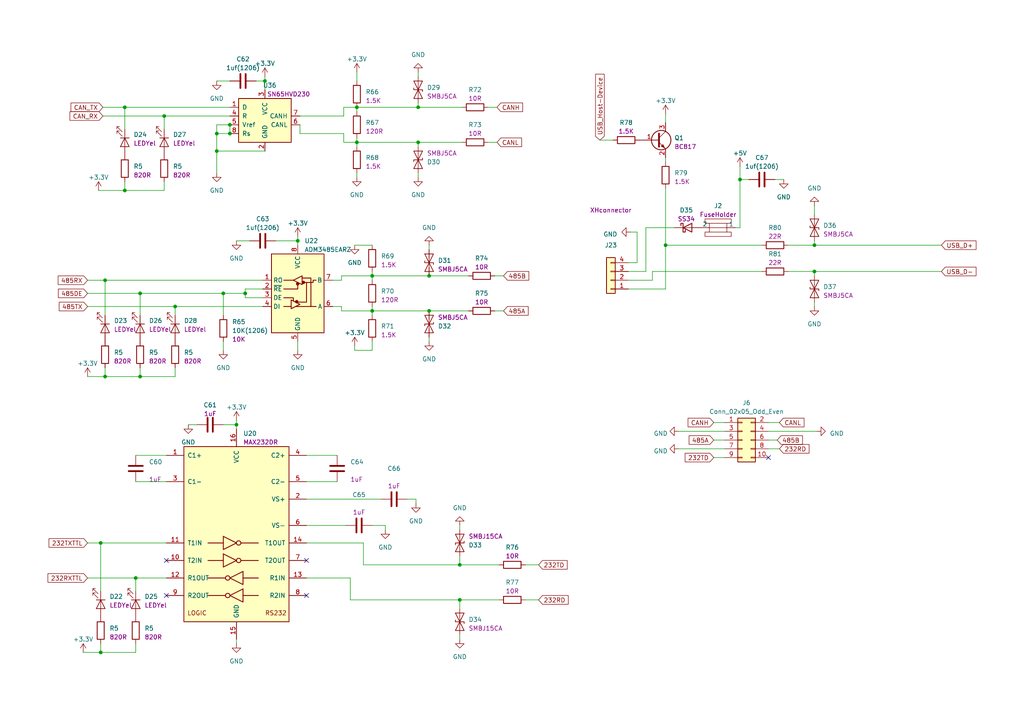
<source format=kicad_sch>
(kicad_sch (version 20230121) (generator eeschema)
  (paper "A4")
  (junction (at 66.675 38.735))
  (junction (at 103.505 31.115))
  (junction (at 103.505 41.275))
  (junction (at 133.35 163.83))
  (junction (at 133.35 173.99))
  (junction (at 29.21 157.48))
  (junction (at 50.8 88.9))
  (junction (at 66.675 36.195))
  (junction (at 121.285 31.115))
  (junction (at 107.95 90.17))
  (junction (at 29.21 189.23))
  (junction (at 107.95 80.01))
  (junction (at 40.64 85.09))
  (junction (at 121.285 41.275))
  (junction (at 62.865 38.735))
  (junction (at 62.865 43.815))
  (junction (at 40.64 109.22))
  (junction (at 36.195 55.245))
  (junction (at 86.36 69.85))
  (junction (at 30.48 109.22))
  (junction (at 68.58 123.19))
  (junction (at 39.37 167.64))
  (junction (at 124.46 90.17))
  (junction (at 236.22 71.12))
  (junction (at 36.195 31.115))
  (junction (at 193.04 71.12))
  (junction (at 124.46 80.01))
  (junction (at 64.77 85.09))
  (junction (at 30.48 81.28))
  (junction (at 236.22 78.74))
  (junction (at 76.835 23.495))
  (junction (at 214.63 52.07))
  (junction (at 71.12 85.09))
  (junction (at 47.625 33.655))
  (no_connect (at 88.9 172.72))
  (no_connect (at 48.26 162.56))
  (no_connect (at 88.9 162.56))
  (no_connect (at 48.26 172.72))
  (no_connect (at 222.885 132.715))
  (wire (pts (xy 86.36 71.12) (xy 86.36 69.85)))
  (wire (pts (xy 105.41 157.48) (xy 88.9 157.48)))
  (wire (pts (xy 105.41 163.83) (xy 105.41 157.48)))
  (wire (pts (xy 25.4 88.9) (xy 50.8 88.9)))
  (wire (pts (xy 107.95 90.17) (xy 107.95 91.44)))
  (wire (pts (xy 133.35 173.99) (xy 133.35 176.53)))
  (wire (pts (xy 143.51 80.01) (xy 146.05 80.01)))
  (wire (pts (xy 99.695 41.275) (xy 103.505 41.275)))
  (wire (pts (xy 30.48 81.28) (xy 76.2 81.28)))
  (wire (pts (xy 62.865 43.815) (xy 62.865 50.165)))
  (wire (pts (xy 29.845 33.655) (xy 47.625 33.655)))
  (wire (pts (xy 124.46 71.12) (xy 124.46 72.39)))
  (wire (pts (xy 121.285 41.275) (xy 121.285 42.545)))
  (wire (pts (xy 39.37 167.64) (xy 39.37 171.45)))
  (wire (pts (xy 141.605 41.275) (xy 144.145 41.275)))
  (wire (pts (xy 121.285 41.275) (xy 133.985 41.275)))
  (wire (pts (xy 88.9 139.7) (xy 97.79 139.7)))
  (wire (pts (xy 86.36 99.06) (xy 86.36 101.6)))
  (wire (pts (xy 62.865 36.195) (xy 62.865 38.735)))
  (wire (pts (xy 133.35 184.15) (xy 133.35 185.42)))
  (wire (pts (xy 74.295 23.495) (xy 76.835 23.495)))
  (wire (pts (xy 189.23 78.74) (xy 189.23 81.28)))
  (wire (pts (xy 66.675 36.195) (xy 62.865 36.195)))
  (wire (pts (xy 40.64 85.09) (xy 40.64 91.44)))
  (wire (pts (xy 29.21 189.23) (xy 29.21 186.69)))
  (wire (pts (xy 133.35 161.29) (xy 133.35 163.83)))
  (wire (pts (xy 62.865 43.815) (xy 76.835 43.815)))
  (wire (pts (xy 25.4 167.64) (xy 39.37 167.64)))
  (wire (pts (xy 36.195 31.115) (xy 36.195 37.465)))
  (wire (pts (xy 64.77 85.09) (xy 64.77 91.44)))
  (wire (pts (xy 50.8 88.9) (xy 50.8 91.44)))
  (wire (pts (xy 39.37 139.7) (xy 48.26 139.7)))
  (wire (pts (xy 64.77 123.19) (xy 68.58 123.19)))
  (wire (pts (xy 214.63 52.07) (xy 214.63 66.04)))
  (wire (pts (xy 124.46 80.01) (xy 135.89 80.01)))
  (wire (pts (xy 120.65 144.78) (xy 118.11 144.78)))
  (wire (pts (xy 39.37 132.08) (xy 48.26 132.08)))
  (wire (pts (xy 40.64 109.22) (xy 30.48 109.22)))
  (wire (pts (xy 133.35 152.4) (xy 133.35 153.67)))
  (wire (pts (xy 187.325 78.74) (xy 187.325 66.04)))
  (wire (pts (xy 62.865 38.735) (xy 66.675 38.735)))
  (wire (pts (xy 96.52 88.9) (xy 99.06 88.9)))
  (wire (pts (xy 193.04 46.99) (xy 193.04 45.72)))
  (wire (pts (xy 88.9 132.08) (xy 97.79 132.08)))
  (wire (pts (xy 121.285 31.115) (xy 133.985 31.115)))
  (wire (pts (xy 184.785 76.2) (xy 184.785 67.31)))
  (wire (pts (xy 193.04 33.02) (xy 193.04 35.56)))
  (wire (pts (xy 47.625 33.655) (xy 66.675 33.655)))
  (wire (pts (xy 107.95 80.01) (xy 124.46 80.01)))
  (wire (pts (xy 30.48 81.28) (xy 30.48 91.44)))
  (wire (pts (xy 236.22 88.9) (xy 236.22 87.63)))
  (wire (pts (xy 120.65 146.05) (xy 120.65 144.78)))
  (wire (pts (xy 68.58 185.42) (xy 68.58 186.69)))
  (wire (pts (xy 103.505 31.115) (xy 103.505 32.385)))
  (wire (pts (xy 36.195 31.115) (xy 66.675 31.115)))
  (wire (pts (xy 210.185 122.555) (xy 207.01 122.555)))
  (wire (pts (xy 228.6 78.74) (xy 236.22 78.74)))
  (wire (pts (xy 86.995 33.655) (xy 99.695 33.655)))
  (wire (pts (xy 76.2 86.36) (xy 71.12 86.36)))
  (wire (pts (xy 121.285 51.435) (xy 121.285 50.165)))
  (wire (pts (xy 99.06 88.9) (xy 99.06 90.17)))
  (wire (pts (xy 193.04 54.61) (xy 193.04 71.12)))
  (wire (pts (xy 99.06 80.01) (xy 99.06 81.28)))
  (wire (pts (xy 47.625 33.655) (xy 47.625 37.465)))
  (wire (pts (xy 107.95 78.74) (xy 107.95 80.01)))
  (wire (pts (xy 86.36 69.85) (xy 86.36 68.58)))
  (wire (pts (xy 236.22 71.12) (xy 273.05 71.12)))
  (wire (pts (xy 193.04 71.12) (xy 220.98 71.12)))
  (wire (pts (xy 189.23 81.28) (xy 182.245 81.28)))
  (wire (pts (xy 124.46 90.17) (xy 135.89 90.17)))
  (wire (pts (xy 107.95 90.17) (xy 124.46 90.17)))
  (wire (pts (xy 68.58 123.19) (xy 68.58 124.46)))
  (wire (pts (xy 99.695 31.115) (xy 103.505 31.115)))
  (wire (pts (xy 50.8 106.68) (xy 50.8 109.22)))
  (wire (pts (xy 88.9 144.78) (xy 110.49 144.78)))
  (wire (pts (xy 40.64 106.68) (xy 40.64 109.22)))
  (wire (pts (xy 64.77 99.06) (xy 64.77 101.6)))
  (wire (pts (xy 76.835 23.495) (xy 76.835 26.035)))
  (wire (pts (xy 71.12 83.82) (xy 76.2 83.82)))
  (wire (pts (xy 39.37 186.69) (xy 39.37 189.23)))
  (wire (pts (xy 107.95 80.01) (xy 107.95 81.28)))
  (wire (pts (xy 47.625 52.705) (xy 47.625 55.245)))
  (wire (pts (xy 99.06 81.28) (xy 96.52 81.28)))
  (wire (pts (xy 222.885 125.095) (xy 236.855 125.095)))
  (wire (pts (xy 196.85 130.175) (xy 210.185 130.175)))
  (wire (pts (xy 121.285 29.845) (xy 121.285 31.115)))
  (wire (pts (xy 193.04 71.12) (xy 193.04 83.82)))
  (wire (pts (xy 24.13 189.23) (xy 29.21 189.23)))
  (wire (pts (xy 182.245 78.74) (xy 187.325 78.74)))
  (wire (pts (xy 101.6 173.99) (xy 101.6 167.64)))
  (wire (pts (xy 152.4 173.99) (xy 156.21 173.99)))
  (wire (pts (xy 39.37 189.23) (xy 29.21 189.23)))
  (wire (pts (xy 236.22 78.74) (xy 236.22 80.01)))
  (wire (pts (xy 222.885 127.635) (xy 225.425 127.635)))
  (wire (pts (xy 101.6 167.64) (xy 88.9 167.64)))
  (wire (pts (xy 173.99 40.64) (xy 177.8 40.64)))
  (wire (pts (xy 36.195 55.245) (xy 36.195 52.705)))
  (wire (pts (xy 222.885 122.555) (xy 226.06 122.555)))
  (wire (pts (xy 236.22 69.85) (xy 236.22 71.12)))
  (wire (pts (xy 101.6 173.99) (xy 133.35 173.99)))
  (wire (pts (xy 71.12 86.36) (xy 71.12 85.09)))
  (wire (pts (xy 224.79 52.07) (xy 227.33 52.07)))
  (wire (pts (xy 133.35 173.99) (xy 144.78 173.99)))
  (wire (pts (xy 187.325 66.04) (xy 195.58 66.04)))
  (wire (pts (xy 99.695 33.655) (xy 99.695 31.115)))
  (wire (pts (xy 103.505 41.275) (xy 121.285 41.275)))
  (wire (pts (xy 103.505 41.275) (xy 103.505 42.545)))
  (wire (pts (xy 189.23 78.74) (xy 220.98 78.74)))
  (wire (pts (xy 141.605 31.115) (xy 144.145 31.115)))
  (wire (pts (xy 214.63 66.04) (xy 213.36 66.04)))
  (wire (pts (xy 107.95 101.6) (xy 107.95 99.06)))
  (wire (pts (xy 107.95 90.17) (xy 107.95 88.9)))
  (wire (pts (xy 111.76 152.4) (xy 107.95 152.4)))
  (wire (pts (xy 214.63 52.07) (xy 214.63 48.26)))
  (wire (pts (xy 107.95 80.01) (xy 99.06 80.01)))
  (wire (pts (xy 66.675 36.195) (xy 66.675 38.735)))
  (wire (pts (xy 121.285 20.955) (xy 121.285 22.225)))
  (wire (pts (xy 80.01 69.85) (xy 86.36 69.85)))
  (wire (pts (xy 86.995 38.735) (xy 99.695 38.735)))
  (wire (pts (xy 222.885 130.175) (xy 226.06 130.175)))
  (wire (pts (xy 25.4 109.22) (xy 30.48 109.22)))
  (wire (pts (xy 152.4 163.83) (xy 156.21 163.83)))
  (wire (pts (xy 124.46 99.06) (xy 124.46 97.79)))
  (wire (pts (xy 207.01 127.635) (xy 210.185 127.635)))
  (wire (pts (xy 64.77 85.09) (xy 71.12 85.09)))
  (wire (pts (xy 39.37 167.64) (xy 48.26 167.64)))
  (wire (pts (xy 62.865 38.735) (xy 62.865 43.815)))
  (wire (pts (xy 29.845 31.115) (xy 36.195 31.115)))
  (wire (pts (xy 99.695 38.735) (xy 99.695 41.275)))
  (wire (pts (xy 111.76 153.67) (xy 111.76 152.4)))
  (wire (pts (xy 236.22 59.69) (xy 236.22 62.23)))
  (wire (pts (xy 62.865 23.495) (xy 66.675 23.495)))
  (wire (pts (xy 50.8 88.9) (xy 76.2 88.9)))
  (wire (pts (xy 28.575 55.245) (xy 36.195 55.245)))
  (wire (pts (xy 236.22 78.74) (xy 273.05 78.74)))
  (wire (pts (xy 182.245 76.2) (xy 184.785 76.2)))
  (wire (pts (xy 54.61 123.19) (xy 57.15 123.19)))
  (wire (pts (xy 68.58 121.92) (xy 68.58 123.19)))
  (wire (pts (xy 102.87 101.6) (xy 107.95 101.6)))
  (wire (pts (xy 29.21 171.45) (xy 29.21 157.48)))
  (wire (pts (xy 100.33 152.4) (xy 88.9 152.4)))
  (wire (pts (xy 184.785 67.31) (xy 182.88 67.31)))
  (wire (pts (xy 25.4 81.28) (xy 30.48 81.28)))
  (wire (pts (xy 103.505 20.955) (xy 103.505 23.495)))
  (wire (pts (xy 207.01 132.715) (xy 210.185 132.715)))
  (wire (pts (xy 40.64 85.09) (xy 64.77 85.09)))
  (wire (pts (xy 143.51 90.17) (xy 146.05 90.17)))
  (wire (pts (xy 86.995 36.195) (xy 86.995 38.735)))
  (wire (pts (xy 99.06 90.17) (xy 107.95 90.17)))
  (wire (pts (xy 25.4 157.48) (xy 29.21 157.48)))
  (wire (pts (xy 102.87 100.33) (xy 102.87 101.6)))
  (wire (pts (xy 103.505 50.165) (xy 103.505 51.435)))
  (wire (pts (xy 29.21 157.48) (xy 48.26 157.48)))
  (wire (pts (xy 103.505 41.275) (xy 103.505 40.005)))
  (wire (pts (xy 50.8 109.22) (xy 40.64 109.22)))
  (wire (pts (xy 133.35 163.83) (xy 144.78 163.83)))
  (wire (pts (xy 30.48 109.22) (xy 30.48 106.68)))
  (wire (pts (xy 182.245 83.82) (xy 193.04 83.82)))
  (wire (pts (xy 214.63 52.07) (xy 217.17 52.07)))
  (wire (pts (xy 47.625 55.245) (xy 36.195 55.245)))
  (wire (pts (xy 71.12 85.09) (xy 71.12 83.82)))
  (wire (pts (xy 228.6 71.12) (xy 236.22 71.12)))
  (wire (pts (xy 76.835 22.225) (xy 76.835 23.495)))
  (wire (pts (xy 105.41 163.83) (xy 133.35 163.83)))
  (wire (pts (xy 103.505 31.115) (xy 121.285 31.115)))
  (wire (pts (xy 25.4 85.09) (xy 40.64 85.09)))
  (wire (pts (xy 196.85 125.095) (xy 210.185 125.095)))
  (wire (pts (xy 68.58 69.85) (xy 72.39 69.85)))
  (wire (pts (xy 102.87 71.12) (xy 107.95 71.12)))
  (global_label "485A" (shape input) (at 207.01 127.635 180) (property "Intersheetrefs" "${INTERSHEET_REFS}" (effects hide)))
  (global_label "CANL" (shape input) (at 226.06 122.555 0) (property "Intersheetrefs" "${INTERSHEET_REFS}" (effects hide)))
  (global_label "232RXTTL" (shape input) (at 25.4 167.64 180) (property "Intersheetrefs" "${INTERSHEET_REFS}" (effects hide)))
  (global_label "USB_Host-Device" (shape input) (at 173.99 40.64 90) (property "Intersheetrefs" "${INTERSHEET_REFS}" (effects hide)))
  (global_label "485B" (shape input) (at 225.425 127.635 0) (property "Intersheetrefs" "${INTERSHEET_REFS}" (effects hide)))
  (global_label "232TXTTL" (shape input) (at 25.4 157.48 180) (property "Intersheetrefs" "${INTERSHEET_REFS}" (effects hide)))
  (global_label "CANL" (shape input) (at 144.145 41.275 0) (property "Intersheetrefs" "${INTERSHEET_REFS}" (effects hide)))
  (global_label "485RX" (shape input) (at 25.4 81.28 180) (property "Intersheetrefs" "${INTERSHEET_REFS}" (effects hide)))
  (global_label "232RD" (shape input) (at 226.06 130.175 0) (property "Intersheetrefs" "${INTERSHEET_REFS}" (effects hide)))
  (global_label "CAN_RX" (shape input) (at 29.845 33.655 180) (property "Intersheetrefs" "${INTERSHEET_REFS}" (effects hide)))
  (global_label "232TD" (shape input) (at 207.01 132.715 180) (property "Intersheetrefs" "${INTERSHEET_REFS}" (effects hide)))
  (global_label "232TD" (shape input) (at 156.21 163.83 0) (property "Intersheetrefs" "${INTERSHEET_REFS}" (effects hide)))
  (global_label "USB_D+" (shape input) (at 273.05 71.12 0) (property "Intersheetrefs" "${INTERSHEET_REFS}" (effects hide)))
  (global_label "232RD" (shape input) (at 156.21 173.99 0) (property "Intersheetrefs" "${INTERSHEET_REFS}" (effects hide)))
  (global_label "485TX" (shape input) (at 25.4 88.9 180) (property "Intersheetrefs" "${INTERSHEET_REFS}" (effects hide)))
  (global_label "485DE" (shape input) (at 25.4 85.09 180) (property "Intersheetrefs" "${INTERSHEET_REFS}" (effects hide)))
  (global_label "CAN_TX" (shape input) (at 29.845 31.115 180) (property "Intersheetrefs" "${INTERSHEET_REFS}" (effects hide)))
  (global_label "CANH" (shape input) (at 207.01 122.555 180) (property "Intersheetrefs" "${INTERSHEET_REFS}" (effects hide)))
  (global_label "CANH" (shape input) (at 144.145 31.115 0) (property "Intersheetrefs" "${INTERSHEET_REFS}" (effects hide)))
  (global_label "485A" (shape input) (at 146.05 90.17 0) (property "Intersheetrefs" "${INTERSHEET_REFS}" (effects hide)))
  (global_label "485B" (shape input) (at 146.05 80.01 0) (property "Intersheetrefs" "${INTERSHEET_REFS}" (effects hide)))
  (global_label "USB_D-" (shape input) (at 273.05 78.74 0) (property "Intersheetrefs" "${INTERSHEET_REFS}" (effects hide)))
  (symbol (lib_id "MLC_K7:SMBJ5CA_smd") (at 124.46 76.2 90) (unit 1)
    (property "Reference" "D31" (at 127 75.565 90) (effects (justify right)))
    (property "Value" "SMBJ5CA_smd" (effects hide))
    (property "Footprint" "Diode_SMD:D_SMB_Handsoldering" (effects hide))
    (property "Datasheet" "https://www.vishay.com/docs/88301/15ke.pdf" (effects hide))
    (property "MLC Code" "MLCEL12238007" (effects hide))
    (property "Main Value" "SMBJ5CA" (at 127 78.105 90) (effects (justify right)))
  )
  (symbol (lib_id "MLC:1uf(1206)") (at 104.14 152.4 90) (unit 1)
    (property "Reference" "C65" (at 104.14 143.51 90))
    (property "Value" "1uf(1206)" (effects hide))
    (property "Footprint" "Capacitor_SMD:C_1206_3216Metric_Pad1.33x1.80mm_HandSolder" (effects hide))
    (property "Datasheet" "${KIGIT}/Datasheets/mlcc_automotive_soft_en.pdf" (effects hide))
    (property "MLC Code" "MLCEL12238815" (effects hide))
    (property "Manufacturer" "TDK" (effects hide))
    (property "MPN" "CGA5L3X7R1H105K160AE" (effects hide))
    (property "Main Value" "1uF" (at 104.14 148.59 90))
    (property "MLC" "MLCEL12237603" (effects hide))
    (property "Package" "smd-1206" (effects hide))
  )
  (symbol (lib_id "MLC_K7:SS34-smc") (at 199.39 66.04 0) (unit 1)
    (property "Reference" "D35" (at 199.0725 60.96 0))
    (property "Value" "SS34-smc" (effects hide))
    (property "Footprint" "Diode_SMD:D_SMC_Handsoldering" (effects hide))
    (property "Datasheet" "${KIGIT}/Datasheets/ss32-ss34-ss36-1768383.pdf" (effects hide))
    (property "MLC Code" "MLCEL12238190" (effects hide))
    (property "Manufacturer" "Vishay" (effects hide))
    (property "MPN" "SS34-M3/57T" (effects hide))
    (property "Main Value" "SS34" (at 199.0725 63.5 0))
  )
  (symbol (lib_id "MLC_K7:SMBJ5CA_smd") (at 124.46 93.98 90) (mirror x) (unit 1)
    (property "Reference" "D32" (at 127 94.615 90) (effects (justify right)))
    (property "Value" "SMBJ5CA_smd" (effects hide))
    (property "Footprint" "Diode_SMD:D_SMB_Handsoldering" (effects hide))
    (property "Datasheet" "https://www.vishay.com/docs/88301/15ke.pdf" (effects hide))
    (property "MLC Code" "MLCEL12238007" (effects hide))
    (property "Main Value" "SMBJ5CA" (at 127 92.075 90) (effects (justify right)))
  )
  (symbol (lib_id "MLC_K7:820R(1206)") (at 40.64 102.87 0) (unit 1)
    (property "Reference" "R5" (at 43.18 102.235 0) (effects (justify left)))
    (property "Value" "820R(1206)" (effects hide))
    (property "Footprint" "Resistor_SMD:R_1206_3216Metric_Pad1.30x1.75mm_HandSolder" (effects hide))
    (property "Datasheet" "${KIGIT}/Datasheets/RN73R-1840156.pdf" (effects hide))
    (property "MLC Code" "MLCEL12238476" (effects hide))
    (property "Manufacturer" "KOA Speer Electronics, Inc." (effects hide))
    (property "MPN" "RN73R2BTTD8200F25" (effects hide))
    (property "Main Value" "820R" (at 43.18 104.775 0) (effects (justify left)))
    (instances (project "tester" (path "" (reference "R5") (unit 1)) (path "" (reference "R62") (unit 1))))
  )
  (symbol (lib_id "MLC_K7:LEDYellow(1206)") (at 30.48 95.25 270) (unit 1)
    (property "Reference" "D23" (at 33.02 93.0148 90) (effects (justify left)))
    (property "Value" "LEDYellow(1206)" (effects hide))
    (property "Footprint" "LED_SMD:LED_1206_3216Metric_Pad1.42x1.75mm_HandSolder" (effects hide))
    (property "MLC Code" "MLCEL12238466" (effects hide))
    (property "Main Value" "LEDYel" (at 33.02 95.5548 90) (effects (justify left)))
  )
  (symbol (lib_id "MLC:1uf(1206)") (at 76.2 69.85 90) (unit 1)
    (property "Reference" "C63" (at 76.2 63.5 90))
    (property "Value" "1uf(1206)" (at 76.2 66.04 90))
    (property "Footprint" "Capacitor_SMD:C_1206_3216Metric_Pad1.33x1.80mm_HandSolder" (effects hide))
    (property "Datasheet" "${KIGIT}/Datasheets/mlcc_automotive_soft_en.pdf" (effects hide))
    (property "MLC" "MLCEL12237603" (effects hide))
    (property "Package" "smd-1206" (effects hide))
    (property "Manufacturer" "TDK" (effects hide))
    (property "MPN" "CGA5L3X7R1H105K160AE" (effects hide))
  )
  (symbol (lib_id "power:GND") (at 182.88 67.31 270) (unit 1)
    (property "Reference" "#PWR0243" (effects hide))
    (property "Value" "GND" (at 179.07 67.945 90) (effects (justify right)))
  )
  (symbol (lib_id "MLC:1uf(1206)") (at 70.485 23.495 90) (unit 1)
    (property "Reference" "C62" (at 70.485 17.145 90))
    (property "Value" "1uf(1206)" (at 70.485 19.685 90))
    (property "Footprint" "Capacitor_SMD:C_1206_3216Metric_Pad1.33x1.80mm_HandSolder" (effects hide))
    (property "Datasheet" "${KIGIT}/Datasheets/mlcc_automotive_soft_en.pdf" (effects hide))
    (property "MLC" "MLCEL12237603" (effects hide))
    (property "Package" "smd-1206" (effects hide))
    (property "Manufacturer" "TDK" (effects hide))
    (property "MPN" "CGA5L3X7R1H105K160AE" (effects hide))
  )
  (symbol (lib_id "MLC_K7:10K(1206)") (at 64.77 95.25 0) (unit 1)
    (property "Reference" "R65" (at 67.31 93.345 0) (effects (justify left)))
    (property "Value" "10K(1206)" (at 67.31 95.885 0) (effects (justify left)))
    (property "Footprint" "Resistor_SMD:R_1206_3216Metric_Pad1.30x1.75mm_HandSolder" (effects hide))
    (property "Datasheet" "${KIGIT}/Datasheets/RN73R-1840156.pdf" (effects hide))
    (property "MLC Code" "MLCEL12237631" (effects hide))
    (property "Manufacturer" "KOA Speer Electronics, Inc." (effects hide))
    (property "MPN" "RN73R2BTTD1002F25" (effects hide))
    (property "Main Value" "10K" (at 67.31 98.425 0) (effects (justify left)))
  )
  (symbol (lib_id "power:GND") (at 86.36 101.6 0) (unit 1)
    (property "Reference" "#PWR0230" (effects hide))
    (property "Value" "GND" (at 86.36 106.68 0))
  )
  (symbol (lib_id "power:GND") (at 121.285 51.435 0) (unit 1)
    (property "Reference" "#PWR0237" (effects hide))
    (property "Value" "GND" (at 121.285 56.515 0))
  )
  (symbol (lib_id "MLC_K7:820R(1206)") (at 29.21 182.88 0) (unit 1)
    (property "Reference" "R5" (at 31.75 182.245 0) (effects (justify left)))
    (property "Value" "820R(1206)" (effects hide))
    (property "Footprint" "Resistor_SMD:R_1206_3216Metric_Pad1.30x1.75mm_HandSolder" (effects hide))
    (property "Datasheet" "${KIGIT}/Datasheets/RN73R-1840156.pdf" (effects hide))
    (property "MLC Code" "MLCEL12238476" (effects hide))
    (property "Manufacturer" "KOA Speer Electronics, Inc." (effects hide))
    (property "MPN" "RN73R2BTTD8200F25" (effects hide))
    (property "Main Value" "820R" (at 31.75 184.785 0) (effects (justify left)))
    (instances (project "tester" (path "" (reference "R5") (unit 1)) (path "" (reference "R58") (unit 1))))
  )
  (symbol (lib_id "power:GND") (at 62.865 50.165 0) (unit 1)
    (property "Reference" "#PWR0222" (effects hide))
    (property "Value" "GND" (at 62.865 55.245 0))
  )
  (symbol (lib_id "power:+3.3V") (at 28.575 55.245 0) (unit 1)
    (property "Reference" "#PWR083" (effects hide))
    (property "Value" "+3.3V" (at 28.575 51.435 0))
    (instances (project "POWER" (path "" (reference "#PWR083") (unit 1))) (project "tester" (path "" (reference "#PWR0370") (unit 1)) (path "" (reference "#PWR0218") (unit 1))))
  )
  (symbol (lib_id "MLC:1uf(1206)") (at 220.98 52.07 90) (unit 1)
    (property "Reference" "C67" (at 220.98 45.72 90))
    (property "Value" "1uf(1206)" (at 220.98 48.26 90))
    (property "Footprint" "Capacitor_SMD:C_1206_3216Metric_Pad1.33x1.80mm_HandSolder" (effects hide))
    (property "Datasheet" "${KIGIT}/Datasheets/mlcc_automotive_soft_en.pdf" (effects hide))
    (property "MLC" "MLCEL12237603" (effects hide))
    (property "Package" "smd-1206" (effects hide))
    (property "Manufacturer" "TDK" (effects hide))
    (property "MPN" "CGA5L3X7R1H105K160AE" (effects hide))
  )
  (symbol (lib_id "MLC_K6:XH-connector-straight-4P") (at 177.165 78.74 180) (unit 1)
    (property "Reference" "J23" (at 177.1777 71.12 0))
    (property "Value" "XH-connector-straight-4P" (effects hide))
    (property "Footprint" "Connector_JST:JST_XH_B4B-XH-A_1x04_P2.50mm_Vertical" (effects hide))
    (property "Datasheet" "${KIGIT}/Datasheets/eXH.pdf" (effects hide))
    (property "MLC Code" "MLCEL12239468" (effects hide))
    (property "Manufacturer" "JST" (effects hide))
    (property "MPN" "B4B-XH-A" (effects hide))
    (property "Main Value" "XHconnector" (at 177.165 60.96 0))
  )
  (symbol (lib_id "MLC_K7:SMBJ15CA") (at 133.35 180.34 270) (unit 1)
    (property "Reference" "D34" (at 135.89 179.705 90) (effects (justify left)))
    (property "Value" "SMBJ15CA" (effects hide))
    (property "Footprint" "Diode_SMD:D_SMB_Handsoldering" (effects hide))
    (property "Datasheet" "${KIGIT}/Datasheets/DIOD-smbj_S_A0012901286_1-2543751.pdf" (effects hide))
    (property "MLC Code" "MLCEL12239225" (effects hide))
    (property "Manufacturer" "Littelfuse," (effects hide))
    (property "MPN" " SMBJ15CA" (effects hide))
    (property "Main Value" "SMBJ15CA" (at 135.89 182.245 90) (effects (justify left)))
  )
  (symbol (lib_id "power:GND") (at 68.58 69.85 0) (unit 1)
    (property "Reference" "#PWR0225" (effects hide))
    (property "Value" "GND" (at 68.58 74.93 0))
  )
  (symbol (lib_id "power:GND") (at 236.855 125.095 90) (unit 1)
    (property "Reference" "#PWR0355" (effects hide))
    (property "Value" "GND" (at 240.665 125.73 90) (effects (justify right)))
  )
  (symbol (lib_id "power:+5V") (at 214.63 48.26 0) (unit 1)
    (property "Reference" "#PWR0245" (effects hide))
    (property "Value" "+5V" (at 214.63 44.45 0))
  )
  (symbol (lib_id "MLC_K7:SMBJ5CA_smd") (at 121.285 26.035 90) (unit 1)
    (property "Reference" "D29" (at 123.825 25.4 90) (effects (justify right)))
    (property "Value" "SMBJ5CA_smd" (effects hide))
    (property "Footprint" "Diode_SMD:D_SMB_Handsoldering" (effects hide))
    (property "Datasheet" "https://www.vishay.com/docs/88301/15ke.pdf" (effects hide))
    (property "MLC Code" "MLCEL12238007" (effects hide))
    (property "Main Value" "SMBJ5CA" (at 123.825 27.94 90) (effects (justify right)))
  )
  (symbol (lib_id "power:GND") (at 120.65 146.05 0) (unit 1)
    (property "Reference" "#PWR0238" (effects hide))
    (property "Value" "GND" (at 120.65 151.13 0))
  )
  (symbol (lib_id "MLC_K7:820R(1206)") (at 36.195 48.895 0) (unit 1)
    (property "Reference" "R5" (at 38.735 48.26 0) (effects (justify left)))
    (property "Value" "820R(1206)" (effects hide))
    (property "Footprint" "Resistor_SMD:R_1206_3216Metric_Pad1.30x1.75mm_HandSolder" (effects hide))
    (property "Datasheet" "${KIGIT}/Datasheets/RN73R-1840156.pdf" (effects hide))
    (property "MLC Code" "MLCEL12238476" (effects hide))
    (property "Manufacturer" "KOA Speer Electronics, Inc." (effects hide))
    (property "MPN" "RN73R2BTTD8200F25" (effects hide))
    (property "Main Value" "820R" (at 38.735 50.8 0) (effects (justify left)))
    (instances (project "tester" (path "" (reference "R5") (unit 1)) (path "" (reference "R60") (unit 1))))
  )
  (symbol (lib_id "power:GND") (at 236.22 88.9 0) (unit 1)
    (property "Reference" "#PWR0248" (effects hide))
    (property "Value" "GND" (at 236.22 93.98 0))
  )
  (symbol (lib_id "MLC_K7:SMBJ15CA") (at 133.35 157.48 270) (mirror x) (unit 1)
    (property "Reference" "D33" (at 135.89 158.115 90) (effects (justify left)))
    (property "Value" "SMBJ15CA" (effects hide))
    (property "Footprint" "Diode_SMD:D_SMB_Handsoldering" (effects hide))
    (property "Datasheet" "${KIGIT}/Datasheets/DIOD-smbj_S_A0012901286_1-2543751.pdf" (effects hide))
    (property "MLC Code" "MLCEL12239225" (effects hide))
    (property "Manufacturer" "Littelfuse," (effects hide))
    (property "MPN" " SMBJ15CA" (effects hide))
    (property "Main Value" "SMBJ15CA" (at 135.89 155.575 90) (effects (justify left)))
  )
  (symbol (lib_id "MLC:1uf(1206)") (at 114.3 144.78 90) (unit 1)
    (property "Reference" "C66" (at 114.3 135.89 90))
    (property "Value" "1uf(1206)" (effects hide))
    (property "Footprint" "Capacitor_SMD:C_1206_3216Metric_Pad1.33x1.80mm_HandSolder" (effects hide))
    (property "Datasheet" "${KIGIT}/Datasheets/mlcc_automotive_soft_en.pdf" (effects hide))
    (property "MLC Code" "MLCEL12238815" (effects hide))
    (property "Manufacturer" "TDK" (effects hide))
    (property "MPN" "CGA5L3X7R1H105K160AE" (effects hide))
    (property "Main Value" "1uF" (at 114.3 140.97 90))
    (property "MLC" "MLCEL12237603" (effects hide))
    (property "Package" "smd-1206" (effects hide))
  )
  (symbol (lib_id "MLC_K7:22R(1206)") (at 224.79 71.12 90) (unit 1)
    (property "Reference" "R80" (at 224.79 66.04 90))
    (property "Value" "22R(1206)" (effects hide))
    (property "Footprint" "MLC:R_1206_3216Metric_Pad1.42x1.75mm_HandSolder" (effects hide))
    (property "Datasheet" "${KIGIT}/Datasheets/RN73R-1840156.pdf" (effects hide))
    (property "MLC Code" "MLCEL12240051" (effects hide))
    (property "Manufacturer" "KOA Speer Electronics, Inc." (effects hide))
    (property "MPN" "RN73R2BTTD22R0F25" (effects hide))
    (property "Main Value" "22R" (at 224.79 68.58 90))
  )
  (symbol (lib_id "power:GND") (at 124.46 71.12 180) (unit 1)
    (property "Reference" "#PWR0239" (effects hide))
    (property "Value" "GND" (at 124.46 66.04 0))
  )
  (symbol (lib_id "MLC_K7:10R(1206)") (at 148.59 163.83 90) (unit 1)
    (property "Reference" "R76" (at 148.59 158.75 90))
    (property "Value" "10R(1206)" (effects hide))
    (property "Footprint" "Resistor_SMD:R_1206_3216Metric_Pad1.30x1.75mm_HandSolder" (effects hide))
    (property "Datasheet" "${KIGIT}/Datasheets/RN73R-1840156.pdf" (effects hide))
    (property "MLC Code" "MLCEL12238389" (effects hide))
    (property "Manufacturer" "KOA Speer Electronics, Inc." (effects hide))
    (property "MPN" "RN73R2BTTD10r0F25" (effects hide))
    (property "Main Value" "10R" (at 148.59 161.29 90))
  )
  (symbol (lib_id "MLC_K7:1.5K(1206)") (at 103.505 46.355 0) (unit 1)
    (property "Reference" "R68" (at 106.045 45.72 0) (effects (justify left)))
    (property "Value" "1.5K(1206)" (effects hide))
    (property "Footprint" "Resistor_SMD:R_1206_3216Metric_Pad1.30x1.75mm_HandSolder" (effects hide))
    (property "Datasheet" "${KIGIT}/Datasheets/RN73R-1840156.pdf" (effects hide))
    (property "MLC Code" "MLCEL12239469" (effects hide))
    (property "Manufacturer" "KOA Speer Electronics, Inc." (effects hide))
    (property "MPN" "RN73R2BTTD1501F25" (effects hide))
    (property "Main Value" "1.5K" (at 106.045 48.26 0) (effects (justify left)))
  )
  (symbol (lib_id "MLC_K7:SN65HVD230") (at 76.835 33.655 0) (unit 1)
    (property "Reference" "U36" (at 76.2509 24.765 0) (effects (justify left)))
    (property "Value" "SN65HVD230" (effects hide))
    (property "Footprint" "Package_SO:SOIC-8_3.9x4.9mm_P1.27mm" (effects hide))
    (property "Datasheet" "http://www.ti.com/lit/ds/symlink/sn65hvd230.pdf" (effects hide))
    (property "MLC Code" "MLCEL12240171" (effects hide))
    (property "Manufacturer" "Texas Instrument" (effects hide))
    (property "MPN" "SN65HVD230D" (effects hide))
    (property "Main Value" "SN65HVD230" (at 77.47 27.305 0) (effects (justify left)))
  )
  (symbol (lib_id "MLC_K7:1.5K(1206)") (at 107.95 95.25 0) (unit 1)
    (property "Reference" "R71" (at 110.49 94.615 0) (effects (justify left)))
    (property "Value" "1.5K(1206)" (effects hide))
    (property "Footprint" "Resistor_SMD:R_1206_3216Metric_Pad1.30x1.75mm_HandSolder" (effects hide))
    (property "Datasheet" "${KIGIT}/Datasheets/RN73R-1840156.pdf" (effects hide))
    (property "MLC Code" "MLCEL12239469" (effects hide))
    (property "Manufacturer" "KOA Speer Electronics, Inc." (effects hide))
    (property "MPN" "RN73R2BTTD1501F25" (effects hide))
    (property "Main Value" "1.5K" (at 110.49 97.155 0) (effects (justify left)))
  )
  (symbol (lib_id "MLC_K7:10R(1206)") (at 137.795 31.115 90) (unit 1)
    (property "Reference" "R72" (at 137.795 26.035 90))
    (property "Value" "10R(1206)" (effects hide))
    (property "Footprint" "Resistor_SMD:R_1206_3216Metric_Pad1.30x1.75mm_HandSolder" (effects hide))
    (property "Datasheet" "${KIGIT}/Datasheets/RN73R-1840156.pdf" (effects hide))
    (property "MLC Code" "MLCEL12238389" (effects hide))
    (property "Manufacturer" "KOA Speer Electronics, Inc." (effects hide))
    (property "MPN" "RN73R2BTTD10r0F25" (effects hide))
    (property "Main Value" "10R" (at 137.795 28.575 90))
  )
  (symbol (lib_id "MLC:1uf(1206)") (at 39.37 135.89 0) (unit 1)
    (property "Reference" "C60" (at 43.18 133.985 0) (effects (justify left)))
    (property "Value" "1uf(1206)" (effects hide))
    (property "Footprint" "Capacitor_SMD:C_1206_3216Metric_Pad1.33x1.80mm_HandSolder" (effects hide))
    (property "Datasheet" "${KIGIT}/Datasheets/mlcc_automotive_soft_en.pdf" (effects hide))
    (property "MLC Code" "MLCEL12238815" (effects hide))
    (property "Manufacturer" "TDK" (effects hide))
    (property "MPN" "CGA5L3X7R1H105K160AE" (effects hide))
    (property "Main Value" "1uF" (at 43.18 139.065 0) (effects (justify left)))
    (property "MLC" "MLCEL12237603" (effects hide))
    (property "Package" "smd-1206" (effects hide))
  )
  (symbol (lib_id "MLC_K7:LEDYellow(1206)") (at 39.37 175.26 270) (unit 1)
    (property "Reference" "D25" (at 41.91 173.0248 90) (effects (justify left)))
    (property "Value" "LEDYellow(1206)" (effects hide))
    (property "Footprint" "LED_SMD:LED_1206_3216Metric_Pad1.42x1.75mm_HandSolder" (effects hide))
    (property "MLC Code" "MLCEL12238466" (effects hide))
    (property "Main Value" "LEDYel" (at 41.91 175.5648 90) (effects (justify left)))
  )
  (symbol (lib_id "MLC_K7:1.5K(1206)") (at 107.95 74.93 0) (unit 1)
    (property "Reference" "R69" (at 110.49 74.295 0) (effects (justify left)))
    (property "Value" "1.5K(1206)" (effects hide))
    (property "Footprint" "Resistor_SMD:R_1206_3216Metric_Pad1.30x1.75mm_HandSolder" (effects hide))
    (property "Datasheet" "${KIGIT}/Datasheets/RN73R-1840156.pdf" (effects hide))
    (property "MLC Code" "MLCEL12239469" (effects hide))
    (property "Manufacturer" "KOA Speer Electronics, Inc." (effects hide))
    (property "MPN" "RN73R2BTTD1501F25" (effects hide))
    (property "Main Value" "1.5K" (at 110.49 76.835 0) (effects (justify left)))
  )
  (symbol (lib_id "MLC_K7:SMBJ5CA_smd") (at 236.22 83.82 90) (unit 1)
    (property "Reference" "D37" (at 238.76 83.185 90) (effects (justify right)))
    (property "Value" "SMBJ5CA_smd" (effects hide))
    (property "Footprint" "Diode_SMD:D_SMB_Handsoldering" (effects hide))
    (property "Datasheet" "https://www.vishay.com/docs/88301/15ke.pdf" (effects hide))
    (property "MLC Code" "MLCEL12238007" (effects hide))
    (property "Main Value" "SMBJ5CA" (at 238.76 85.725 90) (effects (justify right)))
  )
  (symbol (lib_id "MLC_K7:820R(1206)") (at 50.8 102.87 0) (unit 1)
    (property "Reference" "R5" (at 53.34 102.235 0) (effects (justify left)))
    (property "Value" "820R(1206)" (effects hide))
    (property "Footprint" "Resistor_SMD:R_1206_3216Metric_Pad1.30x1.75mm_HandSolder" (effects hide))
    (property "Datasheet" "${KIGIT}/Datasheets/RN73R-1840156.pdf" (effects hide))
    (property "MLC Code" "MLCEL12238476" (effects hide))
    (property "Manufacturer" "KOA Speer Electronics, Inc." (effects hide))
    (property "MPN" "RN73R2BTTD8200F25" (effects hide))
    (property "Main Value" "820R" (at 53.34 104.775 0) (effects (justify left)))
    (instances (project "tester" (path "" (reference "R5") (unit 1)) (path "" (reference "R64") (unit 1))))
  )
  (symbol (lib_id "MLC_K7:LEDYellow(1206)") (at 50.8 95.25 270) (unit 1)
    (property "Reference" "D28" (at 53.34 93.0148 90) (effects (justify left)))
    (property "Value" "LEDYellow(1206)" (effects hide))
    (property "Footprint" "LED_SMD:LED_1206_3216Metric_Pad1.42x1.75mm_HandSolder" (effects hide))
    (property "MLC Code" "MLCEL12238466" (effects hide))
    (property "Main Value" "LEDYel" (at 53.34 95.5548 90) (effects (justify left)))
  )
  (symbol (lib_id "power:+3.3V") (at 76.835 22.225 0) (unit 1)
    (property "Reference" "#PWR083" (effects hide))
    (property "Value" "+3.3V" (at 76.835 18.415 0))
    (instances (project "POWER" (path "" (reference "#PWR083") (unit 1))) (project "tester" (path "" (reference "#PWR0370") (unit 1)) (path "" (reference "#PWR0228") (unit 1))))
  )
  (symbol (lib_id "power:+3.3V") (at 86.36 68.58 0) (unit 1)
    (property "Reference" "#PWR083" (effects hide))
    (property "Value" "+3.3V" (at 86.36 64.77 0))
    (instances (project "POWER" (path "" (reference "#PWR083") (unit 1))) (project "tester" (path "" (reference "#PWR0370") (unit 1)) (path "" (reference "#PWR0229") (unit 1))))
  )
  (symbol (lib_id "MLC_K7:LEDYellow(1206)") (at 29.21 175.26 270) (unit 1)
    (property "Reference" "D22" (at 31.75 173.0248 90) (effects (justify left)))
    (property "Value" "LEDYellow(1206)" (effects hide))
    (property "Footprint" "LED_SMD:LED_1206_3216Metric_Pad1.42x1.75mm_HandSolder" (effects hide))
    (property "MLC Code" "MLCEL12238466" (effects hide))
    (property "Main Value" "LEDYel" (at 31.75 175.5648 90) (effects (justify left)))
  )
  (symbol (lib_id "MLC_K7:LEDYellow(1206)") (at 40.64 95.25 270) (unit 1)
    (property "Reference" "D26" (at 43.18 93.0148 90) (effects (justify left)))
    (property "Value" "LEDYellow(1206)" (effects hide))
    (property "Footprint" "LED_SMD:LED_1206_3216Metric_Pad1.42x1.75mm_HandSolder" (effects hide))
    (property "MLC Code" "MLCEL12238466" (effects hide))
    (property "Main Value" "LEDYel" (at 43.18 95.5548 90) (effects (justify left)))
  )
  (symbol (lib_id "MLC_K7:22R(1206)") (at 224.79 78.74 90) (unit 1)
    (property "Reference" "R81" (at 224.79 73.66 90))
    (property "Value" "22R(1206)" (effects hide))
    (property "Footprint" "MLC:R_1206_3216Metric_Pad1.42x1.75mm_HandSolder" (effects hide))
    (property "Datasheet" "${KIGIT}/Datasheets/RN73R-1840156.pdf" (effects hide))
    (property "MLC Code" "MLCEL12240051" (effects hide))
    (property "Manufacturer" "KOA Speer Electronics, Inc." (effects hide))
    (property "MPN" "RN73R2BTTD22R0F25" (effects hide))
    (property "Main Value" "22R" (at 224.79 76.2 90))
  )
  (symbol (lib_id "MLC_K7:BC817-smd") (at 190.5 40.64 0) (unit 1)
    (property "Reference" "Q1" (at 195.58 40.005 0) (effects (justify left)))
    (property "Value" "BC817-smd" (effects hide))
    (property "Footprint" "Package_TO_SOT_SMD:SOT-23W_Handsoldering" (effects hide))
    (property "Datasheet" "${KIGIT}/Datasheets/BC817K_SER-1545513.pdf" (effects hide))
    (property "MLC" "MLCEL12237908" (effects hide))
    (property "MLC Code" "MLCEL12237908" (effects hide))
    (property "Manufacturer" "Nexperia" (effects hide))
    (property "MPN" "BC817K-25R" (effects hide))
    (property "Main Value" "BC817" (at 195.58 42.545 0) (effects (justify left)))
    (instances (project "tester" (path "" (reference "Q1") (unit 1)) (path "" (reference "Q1") (unit 1)) (path "" (reference "Q4") (unit 1))) (project "BCU" (path "" (reference "Q1") (unit 1))))
  )
  (symbol (lib_id "MLC_K7:LEDYellow(1206)") (at 47.625 41.275 270) (unit 1)
    (property "Reference" "D27" (at 50.165 39.0398 90) (effects (justify left)))
    (property "Value" "LEDYellow(1206)" (effects hide))
    (property "Footprint" "LED_SMD:LED_1206_3216Metric_Pad1.42x1.75mm_HandSolder" (effects hide))
    (property "MLC Code" "MLCEL12238466" (effects hide))
    (property "Main Value" "LEDYel" (at 50.165 41.5798 90) (effects (justify left)))
  )
  (symbol (lib_id "power:+3.3V") (at 193.04 33.02 0) (unit 1)
    (property "Reference" "#PWR0244" (effects hide))
    (property "Value" "+3.3V" (at 193.04 29.21 0))
  )
  (symbol (lib_id "power:+3.3V") (at 25.4 109.22 0) (unit 1)
    (property "Reference" "#PWR083" (effects hide))
    (property "Value" "+3.3V" (at 25.4 105.41 0))
    (instances (project "POWER" (path "" (reference "#PWR083") (unit 1))) (project "tester" (path "" (reference "#PWR0370") (unit 1)) (path "" (reference "#PWR0220") (unit 1))))
  )
  (symbol (lib_id "power:GND") (at 103.505 51.435 0) (unit 1)
    (property "Reference" "#PWR0232" (effects hide))
    (property "Value" "GND" (at 103.505 56.515 0))
  )
  (symbol (lib_id "MLC_K7:120R(1206)") (at 107.95 85.09 0) (unit 1)
    (property "Reference" "R70" (at 110.49 84.455 0) (effects (justify left)))
    (property "Value" "120R(1206)" (effects hide))
    (property "Footprint" "Resistor_SMD:R_1206_3216Metric_Pad1.30x1.75mm_HandSolder" (effects hide))
    (property "Datasheet" "${KIGIT}/Datasheets/RN73R-1840156.pdf" (effects hide))
    (property "MLC Code" "MLCEL12238390" (effects hide))
    (property "Manufacturer" "KOA Speer Electronics, Inc." (effects hide))
    (property "MPN" "RN73R2BTTD1200F25" (effects hide))
    (property "Main Value" "120R" (at 110.49 86.995 0) (effects (justify left)))
  )
  (symbol (lib_id "power:GND") (at 121.285 20.955 180) (unit 1)
    (property "Reference" "#PWR0236" (effects hide))
    (property "Value" "GND" (at 121.285 15.875 0))
  )
  (symbol (lib_id "MLC_K7:10R(1206)") (at 137.795 41.275 90) (unit 1)
    (property "Reference" "R73" (at 137.795 36.195 90))
    (property "Value" "10R(1206)" (effects hide))
    (property "Footprint" "Resistor_SMD:R_1206_3216Metric_Pad1.30x1.75mm_HandSolder" (effects hide))
    (property "Datasheet" "${KIGIT}/Datasheets/RN73R-1840156.pdf" (effects hide))
    (property "MLC Code" "MLCEL12238389" (effects hide))
    (property "Manufacturer" "KOA Speer Electronics, Inc." (effects hide))
    (property "MPN" "RN73R2BTTD10r0F25" (effects hide))
    (property "Main Value" "10R" (at 137.795 38.735 90))
  )
  (symbol (lib_id "power:GND") (at 102.87 71.12 0) (unit 1)
    (property "Reference" "#PWR0233" (effects hide))
    (property "Value" "GND" (at 102.87 76.2 0))
  )
  (symbol (lib_id "MLC_K7:10R(1206)") (at 139.7 90.17 90) (unit 1)
    (property "Reference" "R75" (at 139.7 85.09 90))
    (property "Value" "10R(1206)" (effects hide))
    (property "Footprint" "Resistor_SMD:R_1206_3216Metric_Pad1.30x1.75mm_HandSolder" (effects hide))
    (property "Datasheet" "${KIGIT}/Datasheets/RN73R-1840156.pdf" (effects hide))
    (property "MLC Code" "MLCEL12238389" (effects hide))
    (property "Manufacturer" "KOA Speer Electronics, Inc." (effects hide))
    (property "MPN" "RN73R2BTTD10r0F25" (effects hide))
    (property "Main Value" "10R" (at 139.7 87.63 90))
  )
  (symbol (lib_id "power:GND") (at 236.22 59.69 180) (unit 1)
    (property "Reference" "#PWR0247" (effects hide))
    (property "Value" "GND" (at 236.22 54.61 0))
  )
  (symbol (lib_id "MLC_K7:LEDYellow(1206)") (at 36.195 41.275 270) (unit 1)
    (property "Reference" "D24" (at 38.735 39.0398 90) (effects (justify left)))
    (property "Value" "LEDYellow(1206)" (effects hide))
    (property "Footprint" "LED_SMD:LED_1206_3216Metric_Pad1.42x1.75mm_HandSolder" (effects hide))
    (property "MLC Code" "MLCEL12238466" (effects hide))
    (property "Main Value" "LEDYel" (at 38.735 41.5798 90) (effects (justify left)))
  )
  (symbol (lib_id "Connector_Generic:Conn_02x05_Odd_Even") (at 215.265 127.635 0) (unit 1)
    (property "Reference" "J6" (at 216.535 116.84 0))
    (property "Value" "Conn_02x05_Odd_Even" (at 216.535 119.38 0))
    (property "Footprint" "Connector_PinHeader_2.54mm:PinHeader_2x05_P2.54mm_Vertical" (effects hide))
  )
  (symbol (lib_id "MLC_K7:MAX232DR") (at 68.58 154.94 0) (unit 1)
    (property "Reference" "U20" (at 70.5359 125.73 0) (effects (justify left)))
    (property "Value" "MAX232DR" (effects hide))
    (property "Footprint" "Package_SO:SOIC-16_4.55x10.3mm_P1.27mm" (effects hide))
    (property "Datasheet" "${KIGIT}/Datasheets/max232.pdf" (effects hide))
    (property "MLC Code" "MLCEL12237254" (effects hide))
    (property "Manufacturer" "Texas Instruments" (effects hide))
    (property "MPN" "MAX232DR" (effects hide))
    (property "Main Value" "MAX232DR" (at 70.5359 128.27 0) (effects (justify left)))
  )
  (symbol (lib_id "MLC_K7:820R(1206)") (at 39.37 182.88 0) (unit 1)
    (property "Reference" "R5" (at 41.91 182.245 0) (effects (justify left)))
    (property "Value" "820R(1206)" (effects hide))
    (property "Footprint" "Resistor_SMD:R_1206_3216Metric_Pad1.30x1.75mm_HandSolder" (effects hide))
    (property "Datasheet" "${KIGIT}/Datasheets/RN73R-1840156.pdf" (effects hide))
    (property "MLC Code" "MLCEL12238476" (effects hide))
    (property "Manufacturer" "KOA Speer Electronics, Inc." (effects hide))
    (property "MPN" "RN73R2BTTD8200F25" (effects hide))
    (property "Main Value" "820R" (at 41.91 184.785 0) (effects (justify left)))
    (instances (project "tester" (path "" (reference "R5") (unit 1)) (path "" (reference "R61") (unit 1))))
  )
  (symbol (lib_id "MLC_K7:SMBJ5CA_smd") (at 121.285 46.355 90) (mirror x) (unit 1)
    (property "Reference" "D30" (at 123.825 46.99 90) (effects (justify right)))
    (property "Value" "SMBJ5CA_smd" (effects hide))
    (property "Footprint" "Diode_SMD:D_SMB_Handsoldering" (effects hide))
    (property "Datasheet" "https://www.vishay.com/docs/88301/15ke.pdf" (effects hide))
    (property "MLC Code" "MLCEL12238007" (effects hide))
    (property "Main Value" "SMBJ5CA" (at 123.825 44.45 90) (effects (justify right)))
  )
  (symbol (lib_id "power:GND") (at 196.85 125.095 270) (unit 1)
    (property "Reference" "#PWR0354" (effects hide))
    (property "Value" "GND" (at 193.675 125.73 90) (effects (justify right)))
  )
  (symbol (lib_id "MLC_K7:10R(1206)") (at 148.59 173.99 90) (unit 1)
    (property "Reference" "R77" (at 148.59 168.91 90))
    (property "Value" "10R(1206)" (effects hide))
    (property "Footprint" "Resistor_SMD:R_1206_3216Metric_Pad1.30x1.75mm_HandSolder" (effects hide))
    (property "Datasheet" "${KIGIT}/Datasheets/RN73R-1840156.pdf" (effects hide))
    (property "MLC Code" "MLCEL12238389" (effects hide))
    (property "Manufacturer" "KOA Speer Electronics, Inc." (effects hide))
    (property "MPN" "RN73R2BTTD10r0F25" (effects hide))
    (property "Main Value" "10R" (at 148.59 171.45 90))
  )
  (symbol (lib_id "MLC_K7:1.5K(1206)") (at 193.04 50.8 0) (unit 1)
    (property "Reference" "R79" (at 195.58 50.165 0) (effects (justify left)))
    (property "Value" "1.5K(1206)" (effects hide))
    (property "Footprint" "Resistor_SMD:R_1206_3216Metric_Pad1.30x1.75mm_HandSolder" (effects hide))
    (property "Datasheet" "${KIGIT}/Datasheets/RN73R-1840156.pdf" (effects hide))
    (property "MLC Code" "MLCEL12239469" (effects hide))
    (property "Manufacturer" "KOA Speer Electronics, Inc." (effects hide))
    (property "MPN" "RN73R2BTTD1501F25" (effects hide))
    (property "Main Value" "1.5K" (at 195.58 52.705 0) (effects (justify left)))
  )
  (symbol (lib_id "power:GND") (at 64.77 101.6 0) (unit 1)
    (property "Reference" "#PWR0224" (effects hide))
    (property "Value" "GND" (at 64.77 106.68 0))
  )
  (symbol (lib_id "MLC_K7:Fuse1808Holder") (at 208.28 66.04 0) (unit 1)
    (property "Reference" "J2" (at 208.28 59.69 0))
    (property "Value" "Fuse1808Holder" (effects hide))
    (property "Footprint" "MLC_K7:fuse.holder.1808-1" (effects hide))
    (property "Datasheet" "${KIGIT}/Datasheets/Littelfuse_Fuse_154_154T_154L_154TL_Datasheet_pdf-365375.pdf" (effects hide))
    (property "MLC Code" "MLCEL12238013 " (effects hide))
    (property "Manufacturer" "Littelfuse" (effects hide))
    (property "MPN" "01550900M" (effects hide))
    (property "Main Value" "FuseHolder" (at 208.28 62.23 0))
    (instances (project "tester" (path "" (reference "J2") (unit 1)) (path "" (reference "J19") (unit 1))))
  )
  (symbol (lib_id "power:GND") (at 133.35 185.42 0) (unit 1)
    (property "Reference" "#PWR0242" (effects hide))
    (property "Value" "GND" (at 133.35 190.5 0))
  )
  (symbol (lib_id "power:GND") (at 227.33 52.07 0) (unit 1)
    (property "Reference" "#PWR0246" (effects hide))
    (property "Value" "GND" (at 227.33 57.15 0))
  )
  (symbol (lib_id "power:GND") (at 124.46 99.06 0) (unit 1)
    (property "Reference" "#PWR0240" (effects hide))
    (property "Value" "GND" (at 124.46 104.14 0))
  )
  (symbol (lib_id "MLC_K7:ADM3485EARZ") (at 86.36 83.82 0) (unit 1)
    (property "Reference" "U22" (at 88.3159 69.85 0) (effects (justify left)))
    (property "Value" "ADM3485EARZ" (at 88.3159 72.39 0) (effects (justify left)))
    (property "Footprint" "Package_SO:SO-8_5.3x6.2mm_P1.27mm" (effects hide))
    (property "Datasheet" "https://datasheets.maximintegrated.com/en/ds/MAX3483-MAX3491.pdf" (effects hide))
    (property "MLC Code" "MLCEL12240170" (effects hide))
    (property "Manufacturer" "Analog Device" (effects hide))
    (property "MPN" "ADM3485EARZ" (effects hide))
    (property "Main Value" "ADM3485" (effects hide))
  )
  (symbol (lib_id "MLC_K7:1.5K(1206)") (at 181.61 40.64 90) (unit 1)
    (property "Reference" "R78" (at 181.61 35.56 90))
    (property "Value" "1.5K(1206)" (effects hide))
    (property "Footprint" "Resistor_SMD:R_1206_3216Metric_Pad1.30x1.75mm_HandSolder" (effects hide))
    (property "Datasheet" "${KIGIT}/Datasheets/RN73R-1840156.pdf" (effects hide))
    (property "MLC Code" "MLCEL12239469" (effects hide))
    (property "Manufacturer" "KOA Speer Electronics, Inc." (effects hide))
    (property "MPN" "RN73R2BTTD1501F25" (effects hide))
    (property "Main Value" "1.5K" (at 181.61 38.1 90))
  )
  (symbol (lib_id "power:GND") (at 68.58 186.69 0) (unit 1)
    (property "Reference" "#PWR0227" (effects hide))
    (property "Value" "GND" (at 68.58 191.77 0))
  )
  (symbol (lib_id "power:+3.3V") (at 103.505 20.955 0) (unit 1)
    (property "Reference" "#PWR083" (effects hide))
    (property "Value" "+3.3V" (at 103.505 17.145 0))
    (instances (project "POWER" (path "" (reference "#PWR083") (unit 1))) (project "tester" (path "" (reference "#PWR0370") (unit 1)) (path "" (reference "#PWR0231") (unit 1))))
  )
  (symbol (lib_id "power:GND") (at 111.76 153.67 0) (unit 1)
    (property "Reference" "#PWR0235" (effects hide))
    (property "Value" "GND" (at 111.76 158.75 0))
  )
  (symbol (lib_id "MLC:1uf(1206)") (at 97.79 135.89 0) (unit 1)
    (property "Reference" "C64" (at 101.6 133.985 0) (effects (justify left)))
    (property "Value" "1uf(1206)" (effects hide))
    (property "Footprint" "Capacitor_SMD:C_1206_3216Metric_Pad1.33x1.80mm_HandSolder" (effects hide))
    (property "Datasheet" "${KIGIT}/Datasheets/mlcc_automotive_soft_en.pdf" (effects hide))
    (property "MLC Code" "MLCEL12238815" (effects hide))
    (property "Manufacturer" "TDK" (effects hide))
    (property "MPN" "CGA5L3X7R1H105K160AE" (effects hide))
    (property "Main Value" "1uF" (at 101.6 139.065 0) (effects (justify left)))
    (property "MLC" "MLCEL12237603" (effects hide))
    (property "Package" "smd-1206" (effects hide))
  )
  (symbol (lib_id "MLC:1uf(1206)") (at 60.96 123.19 90) (unit 1)
    (property "Reference" "C61" (at 60.96 117.475 90))
    (property "Value" "1uf(1206)" (effects hide))
    (property "Footprint" "Capacitor_SMD:C_1206_3216Metric_Pad1.33x1.80mm_HandSolder" (effects hide))
    (property "Datasheet" "${KIGIT}/Datasheets/mlcc_automotive_soft_en.pdf" (effects hide))
    (property "MLC Code" "MLCEL12238815" (effects hide))
    (property "Manufacturer" "TDK" (effects hide))
    (property "MPN" "CGA5L3X7R1H105K160AE" (effects hide))
    (property "Main Value" "1uF" (at 60.96 120.015 90))
    (property "MLC" "MLCEL12237603" (effects hide))
    (property "Package" "smd-1206" (effects hide))
  )
  (symbol (lib_id "power:GND") (at 133.35 152.4 180) (unit 1)
    (property "Reference" "#PWR0241" (effects hide))
    (property "Value" "GND" (at 133.35 147.32 0))
  )
  (symbol (lib_id "MLC_K7:10R(1206)") (at 139.7 80.01 90) (unit 1)
    (property "Reference" "R74" (at 139.7 74.93 90))
    (property "Value" "10R(1206)" (effects hide))
    (property "Footprint" "Resistor_SMD:R_1206_3216Metric_Pad1.30x1.75mm_HandSolder" (effects hide))
    (property "Datasheet" "${KIGIT}/Datasheets/RN73R-1840156.pdf" (effects hide))
    (property "MLC Code" "MLCEL12238389" (effects hide))
    (property "Manufacturer" "KOA Speer Electronics, Inc." (effects hide))
    (property "MPN" "RN73R2BTTD10r0F25" (effects hide))
    (property "Main Value" "10R" (at 139.7 77.47 90))
  )
  (symbol (lib_id "MLC_K7:1.5K(1206)") (at 103.505 27.305 0) (unit 1)
    (property "Reference" "R66" (at 106.045 26.67 0) (effects (justify left)))
    (property "Value" "1.5K(1206)" (effects hide))
    (property "Footprint" "Resistor_SMD:R_1206_3216Metric_Pad1.30x1.75mm_HandSolder" (effects hide))
    (property "Datasheet" "${KIGIT}/Datasheets/RN73R-1840156.pdf" (effects hide))
    (property "MLC Code" "MLCEL12239469" (effects hide))
    (property "Manufacturer" "KOA Speer Electronics, Inc." (effects hide))
    (property "MPN" "RN73R2BTTD1501F25" (effects hide))
    (property "Main Value" "1.5K" (at 106.045 29.21 0) (effects (justify left)))
  )
  (symbol (lib_id "MLC_K7:820R(1206)") (at 47.625 48.895 0) (unit 1)
    (property "Reference" "R5" (at 50.165 48.26 0) (effects (justify left)))
    (property "Value" "820R(1206)" (effects hide))
    (property "Footprint" "Resistor_SMD:R_1206_3216Metric_Pad1.30x1.75mm_HandSolder" (effects hide))
    (property "Datasheet" "${KIGIT}/Datasheets/RN73R-1840156.pdf" (effects hide))
    (property "MLC Code" "MLCEL12238476" (effects hide))
    (property "Manufacturer" "KOA Speer Electronics, Inc." (effects hide))
    (property "MPN" "RN73R2BTTD8200F25" (effects hide))
    (property "Main Value" "820R" (at 50.165 50.8 0) (effects (justify left)))
    (instances (project "tester" (path "" (reference "R5") (unit 1)) (path "" (reference "R63") (unit 1))))
  )
  (symbol (lib_id "MLC_K7:120R(1206)") (at 103.505 36.195 0) (unit 1)
    (property "Reference" "R67" (at 106.045 35.56 0) (effects (justify left)))
    (property "Value" "120R(1206)" (effects hide))
    (property "Footprint" "Resistor_SMD:R_1206_3216Metric_Pad1.30x1.75mm_HandSolder" (effects hide))
    (property "Datasheet" "${KIGIT}/Datasheets/RN73R-1840156.pdf" (effects hide))
    (property "MLC Code" "MLCEL12238390" (effects hide))
    (property "Manufacturer" "KOA Speer Electronics, Inc." (effects hide))
    (property "MPN" "RN73R2BTTD1200F25" (effects hide))
    (property "Main Value" "120R" (at 106.045 38.1 0) (effects (justify left)))
  )
  (symbol (lib_id "power:GND") (at 62.865 23.495 0) (unit 1)
    (property "Reference" "#PWR0223" (effects hide))
    (property "Value" "GND" (at 62.865 28.575 0))
  )
  (symbol (lib_id "MLC_K7:SMBJ5CA_smd") (at 236.22 66.04 90) (unit 1)
    (property "Reference" "D36" (at 238.76 65.405 90) (effects (justify right)))
    (property "Value" "SMBJ5CA_smd" (effects hide))
    (property "Footprint" "Diode_SMD:D_SMB_Handsoldering" (effects hide))
    (property "Datasheet" "https://www.vishay.com/docs/88301/15ke.pdf" (effects hide))
    (property "MLC Code" "MLCEL12238007" (effects hide))
    (property "Main Value" "SMBJ5CA" (at 238.76 67.945 90) (effects (justify right)))
  )
  (symbol (lib_id "power:+3.3V") (at 68.58 121.92 0) (unit 1)
    (property "Reference" "#PWR083" (effects hide))
    (property "Value" "+3.3V" (at 68.58 118.11 0))
    (instances (project "POWER" (path "" (reference "#PWR083") (unit 1))) (project "tester" (path "" (reference "#PWR0370") (unit 1)) (path "" (reference "#PWR0123") (unit 1))))
  )
  (symbol (lib_id "power:+3.3V") (at 102.87 100.33 0) (unit 1)
    (property "Reference" "#PWR083" (effects hide))
    (property "Value" "+3.3V" (at 102.87 96.52 0))
    (instances (project "POWER" (path "" (reference "#PWR083") (unit 1))) (project "tester" (path "" (reference "#PWR0370") (unit 1)) (path "" (reference "#PWR0234") (unit 1))))
  )
  (symbol (lib_id "power:GND") (at 54.61 123.19 0) (unit 1)
    (property "Reference" "#PWR0221" (effects hide))
    (property "Value" "GND" (at 54.61 128.27 0))
  )
  (symbol (lib_id "power:+3.3V") (at 24.13 189.23 0) (unit 1)
    (property "Reference" "#PWR083" (effects hide))
    (property "Value" "+3.3V" (at 24.13 185.42 0))
    (instances (project "POWER" (path "" (reference "#PWR083") (unit 1))) (project "tester" (path "" (reference "#PWR0370") (unit 1)) (path "" (reference "#PWR0219") (unit 1))))
  )
  (symbol (lib_id "power:GND") (at 196.85 130.175 270) (unit 1)
    (property "Reference" "#PWR0353" (effects hide))
    (property "Value" "GND" (at 193.675 130.81 90) (effects (justify right)))
  )
  (symbol (lib_id "MLC_K7:820R(1206)") (at 30.48 102.87 0) (unit 1)
    (property "Reference" "R5" (at 33.02 102.235 0) (effects (justify left)))
    (property "Value" "820R(1206)" (effects hide))
    (property "Footprint" "Resistor_SMD:R_1206_3216Metric_Pad1.30x1.75mm_HandSolder" (effects hide))
    (property "Datasheet" "${KIGIT}/Datasheets/RN73R-1840156.pdf" (effects hide))
    (property "MLC Code" "MLCEL12238476" (effects hide))
    (property "Manufacturer" "KOA Speer Electronics, Inc." (effects hide))
    (property "MPN" "RN73R2BTTD8200F25" (effects hide))
    (property "Main Value" "820R" (at 33.02 104.775 0) (effects (justify left)))
    (instances (project "tester" (path "" (reference "R5") (unit 1)) (path "" (reference "R59") (unit 1))))
  )
)
</source>
